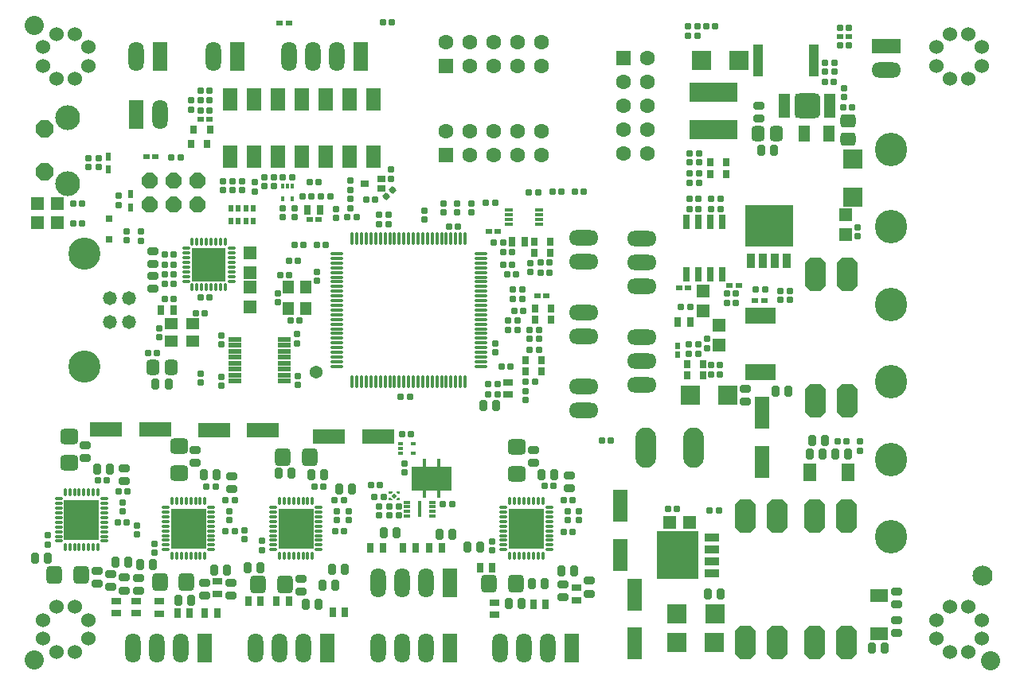
<source format=gts>
G04 Layer_Color=8388736*
%FSLAX25Y25*%
%MOIN*%
G70*
G01*
G75*
%ADD39C,0.06000*%
%ADD49P,0.02132X4X180.0*%
%ADD131C,0.03000*%
%ADD142C,0.08400*%
%ADD243C,0.06305*%
%ADD244R,0.16800X0.10400*%
%ADD245R,0.04600X0.01300*%
%ADD246R,0.05300X0.01700*%
G04:AMPARAMS|DCode=247|XSize=109mil|YSize=109mil|CornerRadius=28.25mil|HoleSize=0mil|Usage=FLASHONLY|Rotation=180.000|XOffset=0mil|YOffset=0mil|HoleType=Round|Shape=RoundedRectangle|*
%AMROUNDEDRECTD247*
21,1,0.10900,0.05250,0,0,180.0*
21,1,0.05250,0.10900,0,0,180.0*
1,1,0.05650,-0.02625,0.02625*
1,1,0.05650,0.02625,0.02625*
1,1,0.05650,0.02625,-0.02625*
1,1,0.05650,-0.02625,-0.02625*
%
%ADD247ROUNDEDRECTD247*%
%ADD248R,0.04836X0.01985*%
%ADD249R,0.06000X0.03200*%
%ADD250R,0.17400X0.20100*%
%ADD251R,0.20100X0.17400*%
%ADD252R,0.03200X0.06000*%
G04:AMPARAMS|DCode=253|XSize=26mil|YSize=28mil|CornerRadius=6.4mil|HoleSize=0mil|Usage=FLASHONLY|Rotation=0.000|XOffset=0mil|YOffset=0mil|HoleType=Round|Shape=RoundedRectangle|*
%AMROUNDEDRECTD253*
21,1,0.02600,0.01520,0,0,0.0*
21,1,0.01320,0.02800,0,0,0.0*
1,1,0.01280,0.00660,-0.00760*
1,1,0.01280,-0.00660,-0.00760*
1,1,0.01280,-0.00660,0.00760*
1,1,0.01280,0.00660,0.00760*
%
%ADD253ROUNDEDRECTD253*%
G04:AMPARAMS|DCode=254|XSize=14.96mil|YSize=35.43mil|CornerRadius=6.38mil|HoleSize=0mil|Usage=FLASHONLY|Rotation=180.000|XOffset=0mil|YOffset=0mil|HoleType=Round|Shape=RoundedRectangle|*
%AMROUNDEDRECTD254*
21,1,0.01496,0.02268,0,0,180.0*
21,1,0.00220,0.03543,0,0,180.0*
1,1,0.01276,-0.00110,0.01134*
1,1,0.01276,0.00110,0.01134*
1,1,0.01276,0.00110,-0.01134*
1,1,0.01276,-0.00110,-0.01134*
%
%ADD254ROUNDEDRECTD254*%
G04:AMPARAMS|DCode=255|XSize=14.96mil|YSize=35.43mil|CornerRadius=6.38mil|HoleSize=0mil|Usage=FLASHONLY|Rotation=270.000|XOffset=0mil|YOffset=0mil|HoleType=Round|Shape=RoundedRectangle|*
%AMROUNDEDRECTD255*
21,1,0.01496,0.02268,0,0,270.0*
21,1,0.00220,0.03543,0,0,270.0*
1,1,0.01276,-0.01134,-0.00110*
1,1,0.01276,-0.01134,0.00110*
1,1,0.01276,0.01134,0.00110*
1,1,0.01276,0.01134,-0.00110*
%
%ADD255ROUNDEDRECTD255*%
%ADD256R,0.14100X0.14100*%
%ADD257R,0.14573X0.16542*%
%ADD258O,0.01384X0.03747*%
%ADD259O,0.03747X0.01384*%
%ADD260R,0.08300X0.08300*%
G04:AMPARAMS|DCode=261|XSize=33.13mil|YSize=43.37mil|CornerRadius=7.83mil|HoleSize=0mil|Usage=FLASHONLY|Rotation=90.000|XOffset=0mil|YOffset=0mil|HoleType=Round|Shape=RoundedRectangle|*
%AMROUNDEDRECTD261*
21,1,0.03313,0.02772,0,0,90.0*
21,1,0.01748,0.04337,0,0,90.0*
1,1,0.01565,0.01386,0.00874*
1,1,0.01565,0.01386,-0.00874*
1,1,0.01565,-0.01386,-0.00874*
1,1,0.01565,-0.01386,0.00874*
%
%ADD261ROUNDEDRECTD261*%
%ADD262R,0.07487X0.05833*%
G04:AMPARAMS|DCode=263|XSize=33.13mil|YSize=43.37mil|CornerRadius=7.83mil|HoleSize=0mil|Usage=FLASHONLY|Rotation=0.000|XOffset=0mil|YOffset=0mil|HoleType=Round|Shape=RoundedRectangle|*
%AMROUNDEDRECTD263*
21,1,0.03313,0.02772,0,0,0.0*
21,1,0.01748,0.04337,0,0,0.0*
1,1,0.01565,0.00874,-0.01386*
1,1,0.01565,-0.00874,-0.01386*
1,1,0.01565,-0.00874,0.01386*
1,1,0.01565,0.00874,0.01386*
%
%ADD263ROUNDEDRECTD263*%
G04:AMPARAMS|DCode=264|XSize=26mil|YSize=28mil|CornerRadius=6.4mil|HoleSize=0mil|Usage=FLASHONLY|Rotation=225.000|XOffset=0mil|YOffset=0mil|HoleType=Round|Shape=RoundedRectangle|*
%AMROUNDEDRECTD264*
21,1,0.02600,0.01520,0,0,225.0*
21,1,0.01320,0.02800,0,0,225.0*
1,1,0.01280,-0.01004,0.00071*
1,1,0.01280,-0.00071,0.01004*
1,1,0.01280,0.01004,-0.00071*
1,1,0.01280,0.00071,-0.01004*
%
%ADD264ROUNDEDRECTD264*%
G04:AMPARAMS|DCode=265|XSize=26mil|YSize=28mil|CornerRadius=6.4mil|HoleSize=0mil|Usage=FLASHONLY|Rotation=270.000|XOffset=0mil|YOffset=0mil|HoleType=Round|Shape=RoundedRectangle|*
%AMROUNDEDRECTD265*
21,1,0.02600,0.01520,0,0,270.0*
21,1,0.01320,0.02800,0,0,270.0*
1,1,0.01280,-0.00760,-0.00660*
1,1,0.01280,-0.00760,0.00660*
1,1,0.01280,0.00760,0.00660*
1,1,0.01280,0.00760,-0.00660*
%
%ADD265ROUNDEDRECTD265*%
%ADD266R,0.03038X0.03865*%
%ADD267R,0.03865X0.03038*%
%ADD268R,0.05200X0.05200*%
%ADD269R,0.05200X0.05200*%
%ADD270R,0.04600X0.05600*%
%ADD271R,0.02762X0.03550*%
%ADD272R,0.08300X0.08300*%
%ADD273R,0.02400X0.03200*%
G04:AMPARAMS|DCode=274|XSize=80mil|YSize=80mil|CornerRadius=40mil|HoleSize=0mil|Usage=FLASHONLY|Rotation=0.000|XOffset=0mil|YOffset=0mil|HoleType=Round|Shape=RoundedRectangle|*
%AMROUNDEDRECTD274*
21,1,0.08000,0.00000,0,0,0.0*
21,1,0.00000,0.08000,0,0,0.0*
1,1,0.08000,0.00000,0.00000*
1,1,0.08000,0.00000,0.00000*
1,1,0.08000,0.00000,0.00000*
1,1,0.08000,0.00000,0.00000*
%
%ADD274ROUNDEDRECTD274*%
G04:AMPARAMS|DCode=275|XSize=67mil|YSize=75mil|CornerRadius=17.75mil|HoleSize=0mil|Usage=FLASHONLY|Rotation=180.000|XOffset=0mil|YOffset=0mil|HoleType=Round|Shape=RoundedRectangle|*
%AMROUNDEDRECTD275*
21,1,0.06700,0.03950,0,0,180.0*
21,1,0.03150,0.07500,0,0,180.0*
1,1,0.03550,-0.01575,0.01975*
1,1,0.03550,0.01575,0.01975*
1,1,0.03550,0.01575,-0.01975*
1,1,0.03550,-0.01575,-0.01975*
%
%ADD275ROUNDEDRECTD275*%
G04:AMPARAMS|DCode=276|XSize=67mil|YSize=75mil|CornerRadius=17.75mil|HoleSize=0mil|Usage=FLASHONLY|Rotation=90.000|XOffset=0mil|YOffset=0mil|HoleType=Round|Shape=RoundedRectangle|*
%AMROUNDEDRECTD276*
21,1,0.06700,0.03950,0,0,90.0*
21,1,0.03150,0.07500,0,0,90.0*
1,1,0.03550,0.01975,0.01575*
1,1,0.03550,0.01975,-0.01575*
1,1,0.03550,-0.01975,-0.01575*
1,1,0.03550,-0.01975,0.01575*
%
%ADD276ROUNDEDRECTD276*%
%ADD277R,0.02565X0.02368*%
G04:AMPARAMS|DCode=278|XSize=56mil|YSize=64mil|CornerRadius=15mil|HoleSize=0mil|Usage=FLASHONLY|Rotation=0.000|XOffset=0mil|YOffset=0mil|HoleType=Round|Shape=RoundedRectangle|*
%AMROUNDEDRECTD278*
21,1,0.05600,0.03400,0,0,0.0*
21,1,0.02600,0.06400,0,0,0.0*
1,1,0.03000,0.01300,-0.01700*
1,1,0.03000,-0.01300,-0.01700*
1,1,0.03000,-0.01300,0.01700*
1,1,0.03000,0.01300,0.01700*
%
%ADD278ROUNDEDRECTD278*%
%ADD279R,0.05912X0.13786*%
%ADD280R,0.13786X0.05912*%
G04:AMPARAMS|DCode=281|XSize=27.62mil|YSize=28mil|CornerRadius=6.72mil|HoleSize=0mil|Usage=FLASHONLY|Rotation=90.000|XOffset=0mil|YOffset=0mil|HoleType=Round|Shape=RoundedRectangle|*
%AMROUNDEDRECTD281*
21,1,0.02762,0.01455,0,0,90.0*
21,1,0.01417,0.02800,0,0,90.0*
1,1,0.01345,0.00728,0.00709*
1,1,0.01345,0.00728,-0.00709*
1,1,0.01345,-0.00728,-0.00709*
1,1,0.01345,-0.00728,0.00709*
%
%ADD281ROUNDEDRECTD281*%
%ADD282R,0.01581X0.02172*%
%ADD283R,0.08471X0.08471*%
%ADD284O,0.01502X0.03550*%
%ADD285O,0.03550X0.01502*%
%ADD286R,0.02172X0.01581*%
%ADD287R,0.02565X0.01384*%
%ADD288R,0.01187X0.06699*%
%ADD289R,0.03550X0.02565*%
%ADD290R,0.02368X0.02565*%
%ADD291R,0.06305X0.09573*%
G04:AMPARAMS|DCode=292|XSize=54mil|YSize=54mil|CornerRadius=27mil|HoleSize=0mil|Usage=FLASHONLY|Rotation=270.000|XOffset=0mil|YOffset=0mil|HoleType=Round|Shape=RoundedRectangle|*
%AMROUNDEDRECTD292*
21,1,0.05400,0.00000,0,0,270.0*
21,1,0.00000,0.05400,0,0,270.0*
1,1,0.05400,0.00000,0.00000*
1,1,0.05400,0.00000,0.00000*
1,1,0.05400,0.00000,0.00000*
1,1,0.05400,0.00000,0.00000*
%
%ADD292ROUNDEDRECTD292*%
%ADD293R,0.02800X0.06400*%
%ADD294R,0.03943X0.13392*%
%ADD295R,0.02800X0.02800*%
%ADD296O,0.01384X0.05518*%
%ADD297O,0.05518X0.01384*%
%ADD298R,0.02400X0.03000*%
%ADD299R,0.05600X0.04600*%
%ADD300R,0.13000X0.06700*%
%ADD301R,0.05400X0.01900*%
%ADD302R,0.05833X0.07487*%
%ADD303R,0.04731X0.07093*%
G04:AMPARAMS|DCode=304|XSize=56mil|YSize=64mil|CornerRadius=15mil|HoleSize=0mil|Usage=FLASHONLY|Rotation=270.000|XOffset=0mil|YOffset=0mil|HoleType=Round|Shape=RoundedRectangle|*
%AMROUNDEDRECTD304*
21,1,0.05600,0.03400,0,0,270.0*
21,1,0.02600,0.06400,0,0,270.0*
1,1,0.03000,-0.01700,-0.01300*
1,1,0.03000,-0.01700,0.01300*
1,1,0.03000,0.01700,0.01300*
1,1,0.03000,0.01700,-0.01300*
%
%ADD304ROUNDEDRECTD304*%
%ADD305R,0.20479X0.08215*%
%ADD306R,0.03550X0.01565*%
G04:AMPARAMS|DCode=307|XSize=137mil|YSize=87mil|CornerRadius=0mil|HoleSize=0mil|Usage=FLASHONLY|Rotation=270.000|XOffset=0mil|YOffset=0mil|HoleType=Round|Shape=Octagon|*
%AMOCTAGOND307*
4,1,8,-0.02175,-0.06850,0.02175,-0.06850,0.04350,-0.04675,0.04350,0.04675,0.02175,0.06850,-0.02175,0.06850,-0.04350,0.04675,-0.04350,-0.04675,-0.02175,-0.06850,0.0*
%
%ADD307OCTAGOND307*%

%ADD308R,0.06400X0.12400*%
%ADD309O,0.06400X0.12400*%
%ADD310O,0.12400X0.06400*%
%ADD311R,0.12400X0.06400*%
%ADD312R,0.06305X0.06305*%
%ADD313C,0.06305*%
%ADD314O,0.13400X0.14000*%
%ADD315P,0.08010X8X292.5*%
%ADD316C,0.10400*%
%ADD317C,0.05800*%
%ADD318C,0.13450*%
%ADD319P,0.07144X8X22.5*%
%ADD320R,0.06305X0.06305*%
%ADD321O,0.08650X0.16900*%
%ADD322C,0.02400*%
G36*
X71142Y-150925D02*
X69528D01*
Y-150492D01*
X70118Y-149902D01*
X71142D01*
Y-150925D01*
D02*
G37*
G36*
X67874Y-150492D02*
Y-150925D01*
X66260D01*
Y-149902D01*
X67283D01*
X67874Y-150492D01*
D02*
G37*
G36*
X71142Y-148327D02*
X70118D01*
X69528Y-147736D01*
Y-147303D01*
X71142D01*
Y-148327D01*
D02*
G37*
G36*
X67874Y-147736D02*
X67283Y-148327D01*
X66260D01*
Y-147303D01*
X67874D01*
Y-147736D01*
D02*
G37*
G54D39*
X-64878Y-214564D02*
D03*
X-72752D02*
D03*
X-78264Y-209052D02*
D03*
Y-201178D02*
D03*
X-72752Y-195666D02*
D03*
X-64878D02*
D03*
X-59366Y-201178D02*
D03*
Y-209052D02*
D03*
X-64878Y25594D02*
D03*
X-72752D02*
D03*
X-78264Y31106D02*
D03*
Y38980D02*
D03*
X-72752Y44491D02*
D03*
X-64878D02*
D03*
X-59366Y38980D02*
D03*
Y31106D02*
D03*
X309138Y25594D02*
D03*
X301264D02*
D03*
X295752Y31106D02*
D03*
Y38980D02*
D03*
X301264Y44491D02*
D03*
X309138D02*
D03*
X314650Y38980D02*
D03*
Y31106D02*
D03*
X309138Y-214564D02*
D03*
X301264D02*
D03*
X295752Y-209052D02*
D03*
Y-201178D02*
D03*
X301264Y-195666D02*
D03*
X309138D02*
D03*
X314650Y-201178D02*
D03*
Y-209052D02*
D03*
G54D49*
X68701Y-149114D02*
D03*
G54D131*
X193156Y-170057D02*
D03*
Y-166058D02*
D03*
X189156D02*
D03*
Y-170057D02*
D03*
X185156D02*
D03*
Y-166058D02*
D03*
X181156D02*
D03*
Y-170057D02*
D03*
Y-178058D02*
D03*
Y-182057D02*
D03*
X185156D02*
D03*
Y-178058D02*
D03*
X189156D02*
D03*
Y-182057D02*
D03*
X193156D02*
D03*
Y-178058D02*
D03*
Y-174057D02*
D03*
X189156D02*
D03*
X181156D02*
D03*
X185156D02*
D03*
X225688Y-33948D02*
D03*
Y-29948D02*
D03*
Y-37948D02*
D03*
Y-41948D02*
D03*
X221688D02*
D03*
X217688D02*
D03*
Y-37948D02*
D03*
X221688D02*
D03*
Y-33948D02*
D03*
X217688D02*
D03*
Y-29948D02*
D03*
X221688D02*
D03*
X229688D02*
D03*
X233688D02*
D03*
Y-33948D02*
D03*
X229688D02*
D03*
Y-37948D02*
D03*
X233688D02*
D03*
Y-41948D02*
D03*
X229688D02*
D03*
X-8925Y-52225D02*
D03*
Y-48485D02*
D03*
X-12694Y-48449D02*
D03*
X-12646Y-52225D02*
D03*
X-12665Y-56064D02*
D03*
X-8925Y-55965D02*
D03*
X-5185D02*
D03*
Y-52225D02*
D03*
Y-48485D02*
D03*
X119644Y-156324D02*
D03*
X128305Y-169316D02*
D03*
X123975D02*
D03*
X119644D02*
D03*
X128305Y-164985D02*
D03*
X123975D02*
D03*
X119644D02*
D03*
X128305Y-160654D02*
D03*
X123975D02*
D03*
X119644D02*
D03*
X128305Y-156324D02*
D03*
X123975D02*
D03*
X23244D02*
D03*
X31905Y-169316D02*
D03*
X27575D02*
D03*
X23244D02*
D03*
X31905Y-164985D02*
D03*
X27575D02*
D03*
X23244D02*
D03*
X31905Y-160654D02*
D03*
X27575D02*
D03*
X23244D02*
D03*
X31905Y-156324D02*
D03*
X27575D02*
D03*
X-21756D02*
D03*
X-13094Y-169316D02*
D03*
X-17425D02*
D03*
X-21756D02*
D03*
X-13094Y-164985D02*
D03*
X-17425D02*
D03*
X-21756D02*
D03*
X-13094Y-160654D02*
D03*
X-17425D02*
D03*
X-21756D02*
D03*
X-13094Y-156324D02*
D03*
X-17425D02*
D03*
X-66494Y-152724D02*
D03*
X-57832Y-165716D02*
D03*
X-62163D02*
D03*
X-66494D02*
D03*
X-57832Y-161385D02*
D03*
X-62163D02*
D03*
X-66494D02*
D03*
X-57832Y-157054D02*
D03*
X-62163D02*
D03*
X-66494D02*
D03*
X-57832Y-152724D02*
D03*
X-62163D02*
D03*
G54D142*
X315142Y-182674D02*
D03*
G54D243*
X174743Y34346D02*
D03*
Y24346D02*
D03*
Y14346D02*
D03*
Y4346D02*
D03*
Y-5654D02*
D03*
G54D244*
X84350Y-141833D02*
D03*
G54D245*
X22487Y-83471D02*
D03*
X22487Y-85971D02*
D03*
X22487Y-88471D02*
D03*
X22487Y-90971D02*
D03*
X22487Y-93471D02*
D03*
X22487Y-95971D02*
D03*
Y-98471D02*
D03*
X22487Y-100971D02*
D03*
X2087D02*
D03*
X2087Y-98471D02*
D03*
Y-95971D02*
D03*
X2087Y-93471D02*
D03*
X2087Y-90971D02*
D03*
Y-88471D02*
D03*
X2087Y-85971D02*
D03*
X2087Y-83471D02*
D03*
G54D246*
X22537Y-83471D02*
D03*
X22537Y-85971D02*
D03*
X22537Y-88471D02*
D03*
X22537Y-90971D02*
D03*
X22537Y-93471D02*
D03*
X22537Y-95971D02*
D03*
X22537Y-98471D02*
D03*
X22537Y-100971D02*
D03*
X2038Y-100971D02*
D03*
X2037Y-98471D02*
D03*
Y-95971D02*
D03*
X2038Y-93471D02*
D03*
X2037Y-90971D02*
D03*
Y-88471D02*
D03*
X2038Y-85971D02*
D03*
Y-83471D02*
D03*
G54D247*
X241543Y14432D02*
D03*
G54D248*
X250992Y10495D02*
D03*
Y12464D02*
D03*
Y14432D02*
D03*
Y16401D02*
D03*
Y18369D02*
D03*
X232095Y10495D02*
D03*
Y12464D02*
D03*
Y14432D02*
D03*
Y16401D02*
D03*
Y18369D02*
D03*
G54D249*
X201695Y-181558D02*
D03*
Y-176558D02*
D03*
Y-171557D02*
D03*
Y-166558D02*
D03*
G54D250*
X187256Y-174057D02*
D03*
G54D251*
X225688Y-36048D02*
D03*
G54D252*
X233188Y-50487D02*
D03*
X228188D02*
D03*
X223188D02*
D03*
X218188D02*
D03*
G54D253*
X108158Y-106604D02*
D03*
X111948D02*
D03*
X144285Y-21725D02*
D03*
X148075D02*
D03*
X134885Y-21625D02*
D03*
X138675D02*
D03*
X33346Y-17717D02*
D03*
X37136D02*
D03*
X38185Y-23725D02*
D03*
X41975D02*
D03*
X111965Y-102425D02*
D03*
X108175D02*
D03*
X95492Y-36319D02*
D03*
X91702D02*
D03*
X24685Y-50725D02*
D03*
X28475D02*
D03*
X22110Y-15500D02*
D03*
X25900D02*
D03*
X116485Y-79475D02*
D03*
X120275D02*
D03*
X116485Y-75575D02*
D03*
X120275D02*
D03*
X113685Y-95075D02*
D03*
X117475D02*
D03*
X59035Y-144685D02*
D03*
X62825D02*
D03*
X-65690Y-26725D02*
D03*
X-61900D02*
D03*
X14410Y-19400D02*
D03*
X18200D02*
D03*
X125085Y-21825D02*
D03*
X128875D02*
D03*
X196000Y-28800D02*
D03*
X192210D02*
D03*
X201510D02*
D03*
X205300D02*
D03*
X192200Y-24500D02*
D03*
X195990D02*
D03*
X129975Y-55625D02*
D03*
X133765D02*
D03*
X-65715Y-34825D02*
D03*
X-61925D02*
D03*
X129275Y-87925D02*
D03*
X125485D02*
D03*
X187065Y-154525D02*
D03*
X183275D02*
D03*
X204575Y-155125D02*
D03*
X200785D02*
D03*
X107185Y-26325D02*
D03*
X110975D02*
D03*
X223875Y-62525D02*
D03*
X220085D02*
D03*
X114265Y-42825D02*
D03*
X110475D02*
D03*
X-23525Y-52225D02*
D03*
X-27315D02*
D03*
X192600Y-69900D02*
D03*
X188810D02*
D03*
X133765Y-51425D02*
D03*
X129975D02*
D03*
X205290Y-24500D02*
D03*
X201500D02*
D03*
X260375Y13875D02*
D03*
X256585D02*
D03*
X14430Y-15500D02*
D03*
X18200D02*
D03*
X49183Y-32283D02*
D03*
X52973D02*
D03*
X192185Y-85625D02*
D03*
X195975D02*
D03*
X195965Y-89625D02*
D03*
X192175D02*
D03*
X122265Y-66525D02*
D03*
X118475D02*
D03*
X127575Y-101225D02*
D03*
X123785D02*
D03*
X205165Y-98425D02*
D03*
X201375D02*
D03*
X255385Y47175D02*
D03*
X259175D02*
D03*
X259165Y39775D02*
D03*
X255375D02*
D03*
X-12290Y12400D02*
D03*
X-8500D02*
D03*
X-8510Y20700D02*
D03*
X-12300D02*
D03*
X-8510Y16600D02*
D03*
X-12300D02*
D03*
X-24490Y-7300D02*
D03*
X-20700D02*
D03*
X-23555Y-66725D02*
D03*
X-27325D02*
D03*
X203145Y47575D02*
D03*
X199375D02*
D03*
X63975Y49375D02*
D03*
X67745D02*
D03*
X155605Y-126025D02*
D03*
X159375D02*
D03*
X-42825Y-147425D02*
D03*
X-46595D02*
D03*
X-51655Y-142525D02*
D03*
X-55425D02*
D03*
X-46925Y-160225D02*
D03*
X-43155D02*
D03*
X114354Y-52162D02*
D03*
X118124D02*
D03*
X75227Y-107677D02*
D03*
X71457D02*
D03*
X-30525Y-89225D02*
D03*
X-34295D02*
D03*
X-23555Y-60325D02*
D03*
X-27325D02*
D03*
X24675Y-56575D02*
D03*
X20905D02*
D03*
X-23555Y-47925D02*
D03*
X-27325D02*
D03*
X-14295Y-72525D02*
D03*
X-10525D02*
D03*
X-12460Y-66047D02*
D03*
X-8690D02*
D03*
X29037Y-75705D02*
D03*
X25267D02*
D03*
X115929Y-56296D02*
D03*
X119699D02*
D03*
X114305Y-47025D02*
D03*
X118075D02*
D03*
X122275Y-62725D02*
D03*
X118505D02*
D03*
X252745Y24375D02*
D03*
X248975D02*
D03*
X1913Y-151025D02*
D03*
X-1857D02*
D03*
X-6055Y-145125D02*
D03*
X-9825D02*
D03*
X-1825Y-164025D02*
D03*
X1945D02*
D03*
X43805Y-150925D02*
D03*
X47575D02*
D03*
X39045Y-145125D02*
D03*
X35275D02*
D03*
X47845Y-163825D02*
D03*
X44075D02*
D03*
X143375Y-150925D02*
D03*
X139605D02*
D03*
X135345Y-145025D02*
D03*
X131575D02*
D03*
X139675Y-164225D02*
D03*
X143445D02*
D03*
X201375Y-94125D02*
D03*
X205145D02*
D03*
X211675Y-68325D02*
D03*
X207885D02*
D03*
X26875Y-43925D02*
D03*
X30665D02*
D03*
X36275D02*
D03*
X40065D02*
D03*
X122775Y-71525D02*
D03*
X118985D02*
D03*
X30375Y-23625D02*
D03*
X34165D02*
D03*
X211675Y-64425D02*
D03*
X207885D02*
D03*
X257990Y-126300D02*
D03*
X254200D02*
D03*
X75817Y-123425D02*
D03*
X72047D02*
D03*
X64203Y-149606D02*
D03*
X60433D02*
D03*
X56870Y-24902D02*
D03*
X60660D02*
D03*
X92943Y-152461D02*
D03*
X89173D02*
D03*
X-27315Y-56325D02*
D03*
X-23525D02*
D03*
G54D254*
X-15815Y-61674D02*
D03*
X-13847D02*
D03*
X-11878D02*
D03*
X-9909D02*
D03*
X-7941D02*
D03*
X-5972D02*
D03*
X-4004D02*
D03*
X-2035D02*
D03*
Y-42725D02*
D03*
X-4004D02*
D03*
X-5972D02*
D03*
X-7941D02*
D03*
X-9909D02*
D03*
X-11878D02*
D03*
X-13847D02*
D03*
X-15815D02*
D03*
G54D255*
X524Y-59115D02*
D03*
Y-57146D02*
D03*
Y-55178D02*
D03*
Y-53209D02*
D03*
Y-51241D02*
D03*
Y-49272D02*
D03*
Y-47304D02*
D03*
Y-45335D02*
D03*
X-18425D02*
D03*
Y-47304D02*
D03*
Y-49272D02*
D03*
Y-51241D02*
D03*
Y-53209D02*
D03*
Y-55178D02*
D03*
Y-57146D02*
D03*
Y-59115D02*
D03*
G54D256*
X-8925Y-52225D02*
D03*
G54D257*
X123975Y-162820D02*
D03*
X27575D02*
D03*
X-17425D02*
D03*
X-62163Y-159220D02*
D03*
G54D258*
X117085Y-151304D02*
D03*
X119053D02*
D03*
X121022D02*
D03*
X122991D02*
D03*
X124959D02*
D03*
X126928D02*
D03*
X128896D02*
D03*
X130865D02*
D03*
Y-174335D02*
D03*
X128896D02*
D03*
X126928D02*
D03*
X124959D02*
D03*
X122991D02*
D03*
X121022D02*
D03*
X119053D02*
D03*
X117085D02*
D03*
X20685Y-151304D02*
D03*
X22654D02*
D03*
X24622D02*
D03*
X26591D02*
D03*
X28559D02*
D03*
X30528D02*
D03*
X32496D02*
D03*
X34465D02*
D03*
Y-174335D02*
D03*
X32496D02*
D03*
X30528D02*
D03*
X28559D02*
D03*
X26591D02*
D03*
X24622D02*
D03*
X22654D02*
D03*
X20685D02*
D03*
X-24315Y-151304D02*
D03*
X-22346D02*
D03*
X-20378D02*
D03*
X-18409D02*
D03*
X-16441D02*
D03*
X-14472D02*
D03*
X-12504D02*
D03*
X-10535D02*
D03*
Y-174335D02*
D03*
X-12504D02*
D03*
X-14472D02*
D03*
X-16441D02*
D03*
X-18409D02*
D03*
X-20378D02*
D03*
X-22346D02*
D03*
X-24315D02*
D03*
X-69053Y-147704D02*
D03*
X-67084D02*
D03*
X-65116D02*
D03*
X-63147D02*
D03*
X-61179D02*
D03*
X-59210D02*
D03*
X-57242D02*
D03*
X-55273D02*
D03*
Y-170735D02*
D03*
X-57242D02*
D03*
X-59210D02*
D03*
X-61179D02*
D03*
X-63147D02*
D03*
X-65116D02*
D03*
X-67084D02*
D03*
X-69053D02*
D03*
G54D259*
X133542Y-153961D02*
D03*
Y-155930D02*
D03*
Y-157898D02*
D03*
Y-159867D02*
D03*
Y-161835D02*
D03*
Y-163804D02*
D03*
Y-165772D02*
D03*
Y-167741D02*
D03*
Y-169709D02*
D03*
Y-171678D02*
D03*
X114408D02*
D03*
Y-169709D02*
D03*
Y-167741D02*
D03*
Y-165772D02*
D03*
Y-163804D02*
D03*
Y-161835D02*
D03*
Y-159867D02*
D03*
Y-157898D02*
D03*
Y-155930D02*
D03*
Y-153961D02*
D03*
X37142D02*
D03*
Y-155930D02*
D03*
Y-157898D02*
D03*
Y-159867D02*
D03*
Y-161835D02*
D03*
Y-163804D02*
D03*
Y-165772D02*
D03*
Y-167741D02*
D03*
Y-169709D02*
D03*
Y-171678D02*
D03*
X18008D02*
D03*
Y-169709D02*
D03*
Y-167741D02*
D03*
Y-165772D02*
D03*
Y-163804D02*
D03*
Y-161835D02*
D03*
Y-159867D02*
D03*
Y-157898D02*
D03*
Y-155930D02*
D03*
Y-153961D02*
D03*
X-7858D02*
D03*
Y-155930D02*
D03*
Y-157898D02*
D03*
Y-159867D02*
D03*
Y-161835D02*
D03*
Y-163804D02*
D03*
Y-165772D02*
D03*
Y-167741D02*
D03*
Y-169709D02*
D03*
Y-171678D02*
D03*
X-26992D02*
D03*
Y-169709D02*
D03*
Y-167741D02*
D03*
Y-165772D02*
D03*
Y-163804D02*
D03*
Y-161835D02*
D03*
Y-159867D02*
D03*
Y-157898D02*
D03*
Y-155930D02*
D03*
Y-153961D02*
D03*
X-52596Y-150361D02*
D03*
Y-152330D02*
D03*
Y-154298D02*
D03*
Y-156267D02*
D03*
Y-158235D02*
D03*
Y-160204D02*
D03*
Y-162172D02*
D03*
Y-164141D02*
D03*
Y-166109D02*
D03*
Y-168078D02*
D03*
X-71730D02*
D03*
Y-166109D02*
D03*
Y-164141D02*
D03*
Y-162172D02*
D03*
Y-160204D02*
D03*
Y-158235D02*
D03*
Y-156267D02*
D03*
Y-154298D02*
D03*
Y-152330D02*
D03*
Y-150361D02*
D03*
G54D260*
X187056Y-210442D02*
D03*
X202830D02*
D03*
X202921Y-198458D02*
D03*
X187146D02*
D03*
X208349Y-106925D02*
D03*
X192575D02*
D03*
X197201Y33275D02*
D03*
X212975D02*
D03*
G54D261*
X279175Y-206502D02*
D03*
Y-201148D02*
D03*
Y-194702D02*
D03*
Y-189348D02*
D03*
X-32425Y-46548D02*
D03*
Y-51903D02*
D03*
X-38375Y-188802D02*
D03*
Y-183448D02*
D03*
X-44175Y-183425D02*
D03*
Y-188779D02*
D03*
X-60625Y-133402D02*
D03*
Y-128048D02*
D03*
X-49925Y-182048D02*
D03*
Y-187402D02*
D03*
X-55625Y-186002D02*
D03*
Y-180648D02*
D03*
X221375Y14352D02*
D03*
Y8998D02*
D03*
X215775Y-109502D02*
D03*
Y-104148D02*
D03*
X675Y-146302D02*
D03*
Y-140948D02*
D03*
X200Y-185523D02*
D03*
Y-190877D02*
D03*
X-14625Y-135302D02*
D03*
Y-129948D02*
D03*
X-10600Y-185523D02*
D03*
Y-190877D02*
D03*
X29700Y-183923D02*
D03*
Y-189277D02*
D03*
X142075Y-145902D02*
D03*
Y-140548D02*
D03*
X150475Y-190102D02*
D03*
Y-184748D02*
D03*
X139275Y-191480D02*
D03*
Y-186125D02*
D03*
X126975Y-135202D02*
D03*
Y-129848D02*
D03*
X-44225Y-137548D02*
D03*
Y-142902D02*
D03*
X-32425Y-57048D02*
D03*
Y-62402D02*
D03*
G54D262*
X271775Y-190815D02*
D03*
Y-207035D02*
D03*
G54D263*
X268798Y-213025D02*
D03*
X274152D02*
D03*
X105886Y-111417D02*
D03*
X111240D02*
D03*
X-81602Y-175325D02*
D03*
X-76248D02*
D03*
X-47902Y-176925D02*
D03*
X-42548D02*
D03*
X-50148Y-137925D02*
D03*
X-55502D02*
D03*
X228498Y-105125D02*
D03*
X233852D02*
D03*
X222198Y-4125D02*
D03*
X227552D02*
D03*
X258852Y-131625D02*
D03*
X253498D02*
D03*
X248152D02*
D03*
X242798D02*
D03*
X248902Y-125875D02*
D03*
X243548D02*
D03*
X37052Y-194625D02*
D03*
X31698D02*
D03*
X-37577Y-177900D02*
D03*
X-32223D02*
D03*
X-21502Y-192825D02*
D03*
X-16148D02*
D03*
X-6502Y-180125D02*
D03*
X-1148D02*
D03*
X-5548Y-140425D02*
D03*
X-10902D02*
D03*
X42698Y-180025D02*
D03*
X48052D02*
D03*
X39352Y-140425D02*
D03*
X33998D02*
D03*
X50952Y-146125D02*
D03*
X45598D02*
D03*
X87698Y-165125D02*
D03*
X93052D02*
D03*
X64350Y-164665D02*
D03*
X69705D02*
D03*
X25552Y-139725D02*
D03*
X20198D02*
D03*
X43952Y-186625D02*
D03*
X38598D02*
D03*
X12852Y-179325D02*
D03*
X7498D02*
D03*
X144052Y-180725D02*
D03*
X138698D02*
D03*
X130298Y-140325D02*
D03*
X135652D02*
D03*
X116698Y-194125D02*
D03*
X122052D02*
D03*
X99398Y-170525D02*
D03*
X104752D02*
D03*
X131652Y-185925D02*
D03*
X126298D02*
D03*
X199998Y-190425D02*
D03*
X205352D02*
D03*
X-31152Y-102126D02*
D03*
X-25798D02*
D03*
G54D264*
X68167Y-21006D02*
D03*
X65487Y-23686D02*
D03*
G54D265*
X66240Y-31378D02*
D03*
Y-35168D02*
D03*
X44291Y-32599D02*
D03*
Y-28809D02*
D03*
X50492Y-20787D02*
D03*
Y-16998D02*
D03*
X89375Y-30415D02*
D03*
Y-26625D02*
D03*
X95175Y-30315D02*
D03*
Y-26525D02*
D03*
X100875Y-30315D02*
D03*
Y-26525D02*
D03*
X10500Y-17700D02*
D03*
Y-21490D02*
D03*
X-3000Y-20990D02*
D03*
Y-17200D02*
D03*
X192225Y-14035D02*
D03*
Y-17825D02*
D03*
X-39025Y-165415D02*
D03*
Y-161625D02*
D03*
X-55125Y-11325D02*
D03*
Y-7535D02*
D03*
X-46628Y-23414D02*
D03*
Y-27204D02*
D03*
X262800Y-36500D02*
D03*
Y-40290D02*
D03*
X199775Y-83335D02*
D03*
Y-87125D02*
D03*
X-37472Y-38335D02*
D03*
Y-42124D02*
D03*
X62205Y-35168D02*
D03*
Y-31378D02*
D03*
X129475Y-79625D02*
D03*
Y-83415D02*
D03*
X123775Y-105235D02*
D03*
Y-109025D02*
D03*
X125775Y-55425D02*
D03*
Y-51635D02*
D03*
X256975Y21875D02*
D03*
Y18085D02*
D03*
X249175Y32375D02*
D03*
Y28585D02*
D03*
X253175Y28575D02*
D03*
Y32365D02*
D03*
X5875Y-167415D02*
D03*
Y-163625D02*
D03*
X49575Y-155525D02*
D03*
Y-159315D02*
D03*
X146075D02*
D03*
Y-155525D02*
D03*
X1000Y-17230D02*
D03*
Y-21000D02*
D03*
X5100Y-17230D02*
D03*
Y-21000D02*
D03*
X22146Y-28612D02*
D03*
Y-32402D02*
D03*
X50492Y-28465D02*
D03*
Y-24675D02*
D03*
X196325Y-14035D02*
D03*
Y-17825D02*
D03*
X125375Y-79625D02*
D03*
Y-83415D02*
D03*
X195600Y47600D02*
D03*
Y43810D02*
D03*
X191600Y47600D02*
D03*
Y43810D02*
D03*
X192275Y-9375D02*
D03*
Y-5585D02*
D03*
X-12400Y-101600D02*
D03*
Y-97810D02*
D03*
X-16400Y16690D02*
D03*
Y12900D02*
D03*
X-76325Y-165725D02*
D03*
Y-169495D02*
D03*
X-44825Y-151955D02*
D03*
Y-155725D02*
D03*
X111075Y-89068D02*
D03*
Y-85298D02*
D03*
X-59225Y-7555D02*
D03*
Y-11325D02*
D03*
X-29625Y-78825D02*
D03*
Y-82595D02*
D03*
X19875Y-67925D02*
D03*
Y-64155D02*
D03*
X81375Y-29525D02*
D03*
Y-33295D02*
D03*
X-3559Y-102950D02*
D03*
Y-99180D02*
D03*
X28232Y-98891D02*
D03*
Y-102661D02*
D03*
X28134Y-81395D02*
D03*
Y-85165D02*
D03*
X-3658Y-85755D02*
D03*
Y-81985D02*
D03*
X-43472Y-42095D02*
D03*
Y-38325D02*
D03*
X-225Y-155655D02*
D03*
Y-159425D02*
D03*
X-31725Y-169125D02*
D03*
Y-172895D02*
D03*
X44775Y-159325D02*
D03*
Y-155555D02*
D03*
X13375Y-168025D02*
D03*
Y-171795D02*
D03*
X141275Y-155555D02*
D03*
Y-159325D02*
D03*
X109775Y-168225D02*
D03*
Y-171995D02*
D03*
X196275Y-5605D02*
D03*
Y-9375D02*
D03*
X234500Y-67000D02*
D03*
Y-63210D02*
D03*
X73130Y-135610D02*
D03*
Y-139400D02*
D03*
X66535Y-153612D02*
D03*
Y-157382D02*
D03*
X62500Y-153612D02*
D03*
Y-157382D02*
D03*
X70571Y-153612D02*
D03*
Y-157382D02*
D03*
X27067Y-28612D02*
D03*
Y-32382D02*
D03*
X67421Y-12382D02*
D03*
Y-16172D02*
D03*
X230400Y-67000D02*
D03*
Y-63210D02*
D03*
X36375Y-59025D02*
D03*
Y-55255D02*
D03*
G54D266*
X48118Y-197800D02*
D03*
X42882D02*
D03*
X12818Y-193400D02*
D03*
X7582D02*
D03*
X-5282Y-198300D02*
D03*
X-10518D02*
D03*
X-16882Y-198200D02*
D03*
X-22118D02*
D03*
X123293Y-42625D02*
D03*
X118057D02*
D03*
X104557Y-179225D02*
D03*
X109793D02*
D03*
X19382Y-193400D02*
D03*
X24618D02*
D03*
X32457Y-29125D02*
D03*
X37693D02*
D03*
X63993Y-171025D02*
D03*
X58757D02*
D03*
X77693D02*
D03*
X72457D02*
D03*
X88593D02*
D03*
X83357D02*
D03*
X132093Y-194525D02*
D03*
X126857D02*
D03*
X187382Y-76100D02*
D03*
X192618D02*
D03*
X-23607Y-71325D02*
D03*
X-28843D02*
D03*
G54D267*
X-5200Y-190118D02*
D03*
Y-184882D02*
D03*
X-29700Y-198436D02*
D03*
Y-193200D02*
D03*
X-47500Y-198418D02*
D03*
Y-193182D02*
D03*
X116375Y-101507D02*
D03*
Y-106743D02*
D03*
X-39200Y-198418D02*
D03*
Y-193182D02*
D03*
X110775Y-199043D02*
D03*
Y-193807D02*
D03*
X144875Y-192943D02*
D03*
Y-187707D02*
D03*
G54D268*
X192275Y-160225D02*
D03*
X183941D02*
D03*
X-80625Y-34725D02*
D03*
X-72291D02*
D03*
X-80625Y-26725D02*
D03*
X-72291D02*
D03*
G54D269*
X257800Y-31400D02*
D03*
Y-39734D02*
D03*
X197900Y-63200D02*
D03*
Y-71534D02*
D03*
X8252Y-61643D02*
D03*
Y-69977D02*
D03*
X8350Y-55476D02*
D03*
Y-47143D02*
D03*
X204775Y-77725D02*
D03*
Y-86059D02*
D03*
G54D270*
X31831Y-70754D02*
D03*
Y-61626D02*
D03*
X24489D02*
D03*
Y-70754D02*
D03*
G54D271*
X-9653Y-1500D02*
D03*
X-16346D02*
D03*
X207646Y-9200D02*
D03*
X200954D02*
D03*
X198121Y-94025D02*
D03*
X191428D02*
D03*
X198121Y-98625D02*
D03*
X191428D02*
D03*
X207646Y-14100D02*
D03*
X200954D02*
D03*
X130321Y-92225D02*
D03*
X123628D02*
D03*
X130375Y-96825D02*
D03*
X123682D02*
D03*
X127628Y-75225D02*
D03*
X134321D02*
D03*
X134121Y-47125D02*
D03*
X127428D02*
D03*
X134121Y-42525D02*
D03*
X127428D02*
D03*
X127628Y-70625D02*
D03*
X134321D02*
D03*
X-8454Y4400D02*
D03*
X-15146D02*
D03*
G54D272*
X260800Y-23774D02*
D03*
Y-8000D02*
D03*
G54D273*
X-41608Y-28168D02*
D03*
Y-22657D02*
D03*
X-50925Y-12381D02*
D03*
Y-6869D02*
D03*
G54D274*
X-82102Y48035D02*
D03*
X318193Y-218402D02*
D03*
X-82102Y-218009D02*
D03*
G54D275*
X-62327Y-182125D02*
D03*
X-73525D02*
D03*
X22898Y-186100D02*
D03*
X11700D02*
D03*
X-29400Y-185200D02*
D03*
X-18202D02*
D03*
X33200Y-132900D02*
D03*
X22002D02*
D03*
X119573Y-186025D02*
D03*
X108375D02*
D03*
G54D276*
X-21425Y-128425D02*
D03*
Y-139624D02*
D03*
X120100Y-139798D02*
D03*
Y-128600D02*
D03*
X-67425Y-124225D02*
D03*
Y-135424D02*
D03*
G54D277*
X259045Y43475D02*
D03*
X255305D02*
D03*
X111995Y-38225D02*
D03*
X108255D02*
D03*
X-8530Y8600D02*
D03*
X-12270D02*
D03*
X219805Y-67325D02*
D03*
X223545D02*
D03*
X33405Y-33125D02*
D03*
X37145D02*
D03*
X212870Y-60900D02*
D03*
X209130D02*
D03*
X128705Y-65225D02*
D03*
X132445D02*
D03*
X-31255Y-6875D02*
D03*
X-34995D02*
D03*
X24545Y49025D02*
D03*
X20805D02*
D03*
X191770Y-62000D02*
D03*
X188030D02*
D03*
G54D278*
X228675Y2775D02*
D03*
X221135D02*
D03*
X-32225Y-95225D02*
D03*
X-24685D02*
D03*
G54D279*
X222575Y-134861D02*
D03*
Y-114389D02*
D03*
X163475Y-173861D02*
D03*
Y-153389D02*
D03*
X169375Y-211061D02*
D03*
Y-190589D02*
D03*
G54D280*
X13772Y-121500D02*
D03*
X-6700D02*
D03*
X61975Y-124325D02*
D03*
X41502D02*
D03*
X-31389Y-121125D02*
D03*
X-51861D02*
D03*
G54D281*
X263800Y-130190D02*
D03*
Y-126400D02*
D03*
G54D282*
X25998Y-19291D02*
D03*
X24016D02*
D03*
X22034D02*
D03*
X22047Y-24606D02*
D03*
X25984D02*
D03*
G54D283*
X84350Y-141732D02*
D03*
G54D284*
X87303Y-148152D02*
D03*
X81398D02*
D03*
Y-135312D02*
D03*
X87303D02*
D03*
G54D285*
X77930Y-145669D02*
D03*
Y-143701D02*
D03*
Y-141732D02*
D03*
Y-139764D02*
D03*
Y-137795D02*
D03*
X90770D02*
D03*
Y-139764D02*
D03*
Y-141732D02*
D03*
Y-143701D02*
D03*
Y-145669D02*
D03*
G54D286*
X71260Y-127348D02*
D03*
Y-129331D02*
D03*
Y-131313D02*
D03*
X76575Y-131299D02*
D03*
Y-127362D02*
D03*
G54D287*
X74134Y-151772D02*
D03*
Y-153740D02*
D03*
Y-155709D02*
D03*
Y-157677D02*
D03*
X84528Y-151772D02*
D03*
Y-153740D02*
D03*
Y-155709D02*
D03*
Y-157677D02*
D03*
G54D288*
X79331Y-154724D02*
D03*
G54D289*
X56201Y-18209D02*
D03*
X63287Y-16240D02*
D03*
Y-20177D02*
D03*
G54D290*
X187500Y-90070D02*
D03*
Y-86330D02*
D03*
G54D291*
X0Y-6949D02*
D03*
Y16949D02*
D03*
X10000Y-6949D02*
D03*
Y16949D02*
D03*
X20000Y-6949D02*
D03*
Y16949D02*
D03*
X30000Y-6949D02*
D03*
Y16949D02*
D03*
X40000Y-6949D02*
D03*
Y16949D02*
D03*
X50000Y-6949D02*
D03*
Y16949D02*
D03*
X60000Y-6949D02*
D03*
Y16949D02*
D03*
G54D292*
X35975Y-97225D02*
D03*
G54D293*
X200875Y-34383D02*
D03*
Y-56110D02*
D03*
X205875Y-34383D02*
D03*
X195875D02*
D03*
X190875D02*
D03*
X205875Y-56110D02*
D03*
X195875D02*
D03*
X190875D02*
D03*
G54D294*
X244189Y33275D02*
D03*
X220961D02*
D03*
G54D295*
X-50508Y-41700D02*
D03*
Y-32969D02*
D03*
G54D296*
X98376Y-41107D02*
D03*
X96407D02*
D03*
X94439D02*
D03*
X92470D02*
D03*
X90502D02*
D03*
X88533D02*
D03*
X86565D02*
D03*
X84596D02*
D03*
X82628D02*
D03*
X80659D02*
D03*
X78690D02*
D03*
X76722D02*
D03*
X74753D02*
D03*
X72785D02*
D03*
X70816D02*
D03*
X68848D02*
D03*
X66879D02*
D03*
X64911D02*
D03*
X62942D02*
D03*
X60974D02*
D03*
X59005D02*
D03*
X57037D02*
D03*
X55068D02*
D03*
X53100D02*
D03*
X51131D02*
D03*
Y-101343D02*
D03*
X53100D02*
D03*
X55068D02*
D03*
X57037D02*
D03*
X59005D02*
D03*
X60974D02*
D03*
X62942D02*
D03*
X64911D02*
D03*
X66879D02*
D03*
X68848D02*
D03*
X70816D02*
D03*
X72785D02*
D03*
X74753D02*
D03*
X76722D02*
D03*
X78690D02*
D03*
X80659D02*
D03*
X82628D02*
D03*
X84596D02*
D03*
X86565D02*
D03*
X88533D02*
D03*
X90502D02*
D03*
X92470D02*
D03*
X94439D02*
D03*
X96407D02*
D03*
X98376D02*
D03*
G54D297*
X44635Y-47603D02*
D03*
Y-49572D02*
D03*
Y-51540D02*
D03*
Y-53509D02*
D03*
Y-55477D02*
D03*
Y-57446D02*
D03*
Y-59414D02*
D03*
Y-61383D02*
D03*
Y-63351D02*
D03*
Y-65320D02*
D03*
Y-67288D02*
D03*
Y-69257D02*
D03*
Y-71225D02*
D03*
Y-73194D02*
D03*
Y-75162D02*
D03*
Y-77131D02*
D03*
Y-79099D02*
D03*
Y-81068D02*
D03*
Y-83036D02*
D03*
Y-85005D02*
D03*
Y-86973D02*
D03*
Y-88942D02*
D03*
Y-90910D02*
D03*
Y-92879D02*
D03*
Y-94847D02*
D03*
X104872D02*
D03*
Y-92879D02*
D03*
Y-90910D02*
D03*
Y-88942D02*
D03*
Y-86973D02*
D03*
Y-85005D02*
D03*
Y-83036D02*
D03*
Y-81068D02*
D03*
Y-79099D02*
D03*
Y-77131D02*
D03*
Y-75162D02*
D03*
Y-73194D02*
D03*
Y-71225D02*
D03*
Y-69257D02*
D03*
Y-67288D02*
D03*
Y-65320D02*
D03*
Y-63351D02*
D03*
Y-61383D02*
D03*
Y-59414D02*
D03*
Y-57446D02*
D03*
Y-55477D02*
D03*
Y-53509D02*
D03*
Y-51540D02*
D03*
Y-49572D02*
D03*
Y-47603D02*
D03*
G54D298*
X9827Y-33996D02*
D03*
X6677D02*
D03*
X3502D02*
D03*
X302D02*
D03*
Y-28639D02*
D03*
X3502D02*
D03*
X6677D02*
D03*
X9827D02*
D03*
G54D299*
X-24653Y-84367D02*
D03*
X-15525D02*
D03*
Y-77025D02*
D03*
X-24653D02*
D03*
G54D300*
X222008Y-97417D02*
D03*
Y-73706D02*
D03*
G54D301*
X22587Y-83471D02*
D03*
Y-85971D02*
D03*
X2051Y-101021D02*
D03*
X22587Y-98521D02*
D03*
X2051D02*
D03*
Y-93521D02*
D03*
X22587Y-101021D02*
D03*
X2051Y-96021D02*
D03*
X22587D02*
D03*
X22587Y-93521D02*
D03*
X22587Y-88471D02*
D03*
X2051Y-90971D02*
D03*
Y-88471D02*
D03*
Y-83471D02*
D03*
X22587Y-90971D02*
D03*
X2051Y-85971D02*
D03*
G54D302*
X242565Y-139425D02*
D03*
X258785D02*
D03*
G54D303*
X240358Y2675D02*
D03*
X250791D02*
D03*
G54D304*
X258575Y7915D02*
D03*
Y375D02*
D03*
G54D305*
X202275Y20149D02*
D03*
Y4401D02*
D03*
G54D306*
X116701Y-29247D02*
D03*
Y-31216D02*
D03*
Y-33184D02*
D03*
Y-35153D02*
D03*
X129299Y-29247D02*
D03*
Y-31216D02*
D03*
Y-33184D02*
D03*
Y-35153D02*
D03*
G54D307*
X257975Y-210725D02*
D03*
X244575D02*
D03*
Y-157725D02*
D03*
X257975D02*
D03*
X245075Y-109425D02*
D03*
X258475D02*
D03*
Y-56425D02*
D03*
X245075D02*
D03*
X228970Y-210686D02*
D03*
X215570D02*
D03*
Y-157686D02*
D03*
X228970D02*
D03*
G54D308*
X-39200Y10900D02*
D03*
X-29200Y35000D02*
D03*
X91862Y-213000D02*
D03*
Y-185441D02*
D03*
X40681Y-213000D02*
D03*
X-10500D02*
D03*
X54695Y35043D02*
D03*
X2900Y35000D02*
D03*
X143083Y-212961D02*
D03*
G54D309*
X-29200Y10900D02*
D03*
X-39200Y35000D02*
D03*
X61862Y-213000D02*
D03*
X71862D02*
D03*
X81862D02*
D03*
Y-185441D02*
D03*
X71862D02*
D03*
X61862D02*
D03*
X10681Y-213000D02*
D03*
X20681D02*
D03*
X30681D02*
D03*
X-20500D02*
D03*
X-30500D02*
D03*
X-40500D02*
D03*
X24695Y35043D02*
D03*
X34695D02*
D03*
X44695D02*
D03*
X-7100Y35000D02*
D03*
X133083Y-212961D02*
D03*
X123083D02*
D03*
X113083D02*
D03*
G54D310*
X148114Y-72162D02*
D03*
Y-82162D02*
D03*
X274575Y29375D02*
D03*
X148114Y-41060D02*
D03*
Y-51060D02*
D03*
X172475Y-61125D02*
D03*
Y-51125D02*
D03*
Y-41125D02*
D03*
X148114Y-103265D02*
D03*
Y-113265D02*
D03*
X172375Y-102525D02*
D03*
Y-92525D02*
D03*
Y-82525D02*
D03*
G54D311*
X274575Y39375D02*
D03*
G54D312*
X90475Y-6325D02*
D03*
Y31175D02*
D03*
G54D313*
Y3675D02*
D03*
X100475Y-6325D02*
D03*
Y3675D02*
D03*
X110475Y-6325D02*
D03*
Y3675D02*
D03*
X120475Y-6325D02*
D03*
Y3675D02*
D03*
X130475Y-6325D02*
D03*
Y3675D02*
D03*
X164743Y-5654D02*
D03*
Y4346D02*
D03*
Y14346D02*
D03*
Y24346D02*
D03*
X90475Y41175D02*
D03*
X100475Y31175D02*
D03*
Y41175D02*
D03*
X110475Y31175D02*
D03*
Y41175D02*
D03*
X120475Y31175D02*
D03*
Y41175D02*
D03*
X130475Y31175D02*
D03*
Y41175D02*
D03*
G54D314*
X276775Y-166275D02*
D03*
Y-133775D02*
D03*
Y-101275D02*
D03*
Y-68775D02*
D03*
Y-36275D02*
D03*
Y-3775D02*
D03*
G54D315*
X-77652Y4572D02*
D03*
Y-13228D02*
D03*
G54D316*
X-67852Y9472D02*
D03*
Y-18128D02*
D03*
G54D317*
X-42341Y-76257D02*
D03*
Y-66335D02*
D03*
X-50241D02*
D03*
Y-76257D02*
D03*
G54D318*
X-60941Y-47635D02*
D03*
Y-94957D02*
D03*
G54D319*
X-33672Y-26769D02*
D03*
Y-16769D02*
D03*
X-23673Y-26769D02*
D03*
Y-16769D02*
D03*
X-13672Y-26769D02*
D03*
Y-16769D02*
D03*
G54D320*
X164743Y34346D02*
D03*
G54D321*
X174175Y-128925D02*
D03*
X194175D02*
D03*
G54D322*
X241543Y14432D02*
D03*
X237606D02*
D03*
Y18369D02*
D03*
X241543D02*
D03*
X245480D02*
D03*
Y14432D02*
D03*
Y10495D02*
D03*
X241543D02*
D03*
X237606D02*
D03*
M02*

</source>
